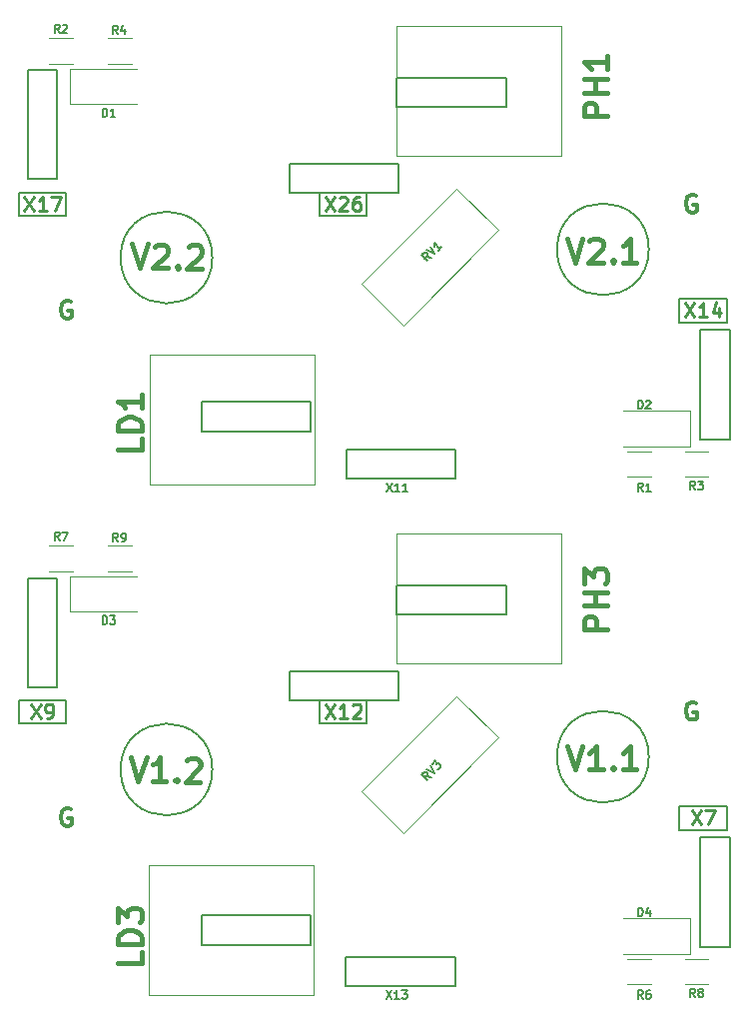
<source format=gbr>
G04 #@! TF.GenerationSoftware,KiCad,Pcbnew,(5.0.0)*
G04 #@! TF.CreationDate,2018-10-17T16:15:22+03:00*
G04 #@! TF.ProjectId,tp_x2,74705F78322E6B696361645F70636200,rev?*
G04 #@! TF.SameCoordinates,Original*
G04 #@! TF.FileFunction,Legend,Top*
G04 #@! TF.FilePolarity,Positive*
%FSLAX46Y46*%
G04 Gerber Fmt 4.6, Leading zero omitted, Abs format (unit mm)*
G04 Created by KiCad (PCBNEW (5.0.0)) date 10/17/18 16:15:22*
%MOMM*%
%LPD*%
G01*
G04 APERTURE LIST*
%ADD10C,0.300000*%
%ADD11C,0.200000*%
%ADD12C,0.120000*%
%ADD13C,0.150000*%
%ADD14C,0.100000*%
%ADD15C,0.400000*%
%ADD16C,0.250000*%
G04 APERTURE END LIST*
D10*
X84392857Y-113250000D02*
X84250000Y-113178571D01*
X84035714Y-113178571D01*
X83821428Y-113250000D01*
X83678571Y-113392857D01*
X83607142Y-113535714D01*
X83535714Y-113821428D01*
X83535714Y-114035714D01*
X83607142Y-114321428D01*
X83678571Y-114464285D01*
X83821428Y-114607142D01*
X84035714Y-114678571D01*
X84178571Y-114678571D01*
X84392857Y-114607142D01*
X84464285Y-114535714D01*
X84464285Y-114035714D01*
X84178571Y-114035714D01*
X137392857Y-104250000D02*
X137250000Y-104178571D01*
X137035714Y-104178571D01*
X136821428Y-104250000D01*
X136678571Y-104392857D01*
X136607142Y-104535714D01*
X136535714Y-104821428D01*
X136535714Y-105035714D01*
X136607142Y-105321428D01*
X136678571Y-105464285D01*
X136821428Y-105607142D01*
X137035714Y-105678571D01*
X137178571Y-105678571D01*
X137392857Y-105607142D01*
X137464285Y-105535714D01*
X137464285Y-105035714D01*
X137178571Y-105035714D01*
X137392857Y-61250000D02*
X137250000Y-61178571D01*
X137035714Y-61178571D01*
X136821428Y-61250000D01*
X136678571Y-61392857D01*
X136607142Y-61535714D01*
X136535714Y-61821428D01*
X136535714Y-62035714D01*
X136607142Y-62321428D01*
X136678571Y-62464285D01*
X136821428Y-62607142D01*
X137035714Y-62678571D01*
X137178571Y-62678571D01*
X137392857Y-62607142D01*
X137464285Y-62535714D01*
X137464285Y-62035714D01*
X137178571Y-62035714D01*
X84392857Y-70250000D02*
X84250000Y-70178571D01*
X84035714Y-70178571D01*
X83821428Y-70250000D01*
X83678571Y-70392857D01*
X83607142Y-70535714D01*
X83535714Y-70821428D01*
X83535714Y-71035714D01*
X83607142Y-71321428D01*
X83678571Y-71464285D01*
X83821428Y-71607142D01*
X84035714Y-71678571D01*
X84178571Y-71678571D01*
X84392857Y-71607142D01*
X84464285Y-71535714D01*
X84464285Y-71035714D01*
X84178571Y-71035714D01*
D11*
X133389730Y-108807418D02*
G75*
G03X133389730Y-108807418I-3889730J0D01*
G01*
X96389730Y-109889730D02*
G75*
G03X96389730Y-109889730I-3889730J0D01*
G01*
X133389730Y-65807418D02*
G75*
G03X133389730Y-65807418I-3889730J0D01*
G01*
X96389730Y-66500000D02*
G75*
G03X96389730Y-66500000I-3889730J0D01*
G01*
X80000000Y-106000000D02*
X80000000Y-104000000D01*
X84000000Y-106000000D02*
X80000000Y-106000000D01*
X84000000Y-104000000D02*
X84000000Y-106000000D01*
X80000000Y-104000000D02*
X84000000Y-104000000D01*
X136000000Y-72000000D02*
X136000000Y-70000000D01*
X140000000Y-72000000D02*
X136000000Y-72000000D01*
X140000000Y-70000000D02*
X140000000Y-72000000D01*
X136000000Y-70000000D02*
X140000000Y-70000000D01*
X136000000Y-115000000D02*
X136000000Y-113000000D01*
X140000000Y-115000000D02*
X136000000Y-115000000D01*
X140000000Y-113000000D02*
X140000000Y-115000000D01*
X136000000Y-113000000D02*
X140000000Y-113000000D01*
X109500000Y-106000000D02*
X109500000Y-104000000D01*
X105500000Y-106000000D02*
X109500000Y-106000000D01*
X105500000Y-104000000D02*
X105500000Y-106000000D01*
X109500000Y-63000000D02*
X109500000Y-61000000D01*
X105500000Y-63000000D02*
X109500000Y-63000000D01*
X105500000Y-61000000D02*
X105500000Y-63000000D01*
X80000000Y-63000000D02*
X80000000Y-61000000D01*
X84000000Y-63000000D02*
X80000000Y-63000000D01*
X84000000Y-61000000D02*
X84000000Y-63000000D01*
X80000000Y-61000000D02*
X84000000Y-61000000D01*
D12*
G04 #@! TO.C,RV3*
X109025126Y-111712132D02*
X117086144Y-103651115D01*
X112560660Y-115247666D02*
X120621677Y-107186649D01*
X109025126Y-111712132D02*
X112560660Y-115247666D01*
X117086144Y-103651115D02*
X120621677Y-107186649D01*
G04 #@! TO.C,RV1*
X109025126Y-68712132D02*
X117086144Y-60651115D01*
X112560660Y-72247666D02*
X120621677Y-64186649D01*
X109025126Y-68712132D02*
X112560660Y-72247666D01*
X117086144Y-60651115D02*
X120621677Y-64186649D01*
D13*
G04 #@! TO.C,X14*
X137750000Y-81900000D02*
X137750000Y-72650000D01*
X137750000Y-72650000D02*
X140250000Y-72650000D01*
X140250000Y-72650000D02*
X140250000Y-81900000D01*
X140250000Y-81900000D02*
X137750000Y-81900000D01*
G04 #@! TO.C,X17*
X80750000Y-59840000D02*
X80750000Y-50590000D01*
X80750000Y-50590000D02*
X83250000Y-50590000D01*
X83250000Y-50590000D02*
X83250000Y-59840000D01*
X83250000Y-59840000D02*
X80750000Y-59840000D01*
G04 #@! TO.C,X3*
X95460000Y-78750000D02*
X104710000Y-78750000D01*
X104710000Y-78750000D02*
X104710000Y-81250000D01*
X104710000Y-81250000D02*
X95460000Y-81250000D01*
X95460000Y-81250000D02*
X95460000Y-78750000D01*
G04 #@! TO.C,X6*
X112040000Y-51250000D02*
X121290000Y-51250000D01*
X121290000Y-51250000D02*
X121290000Y-53750000D01*
X121290000Y-53750000D02*
X112040000Y-53750000D01*
X112040000Y-53750000D02*
X112040000Y-51250000D01*
G04 #@! TO.C,X26*
X102960000Y-58550000D02*
X112210000Y-58550000D01*
X112210000Y-58550000D02*
X112210000Y-61050000D01*
X112210000Y-61050000D02*
X102960000Y-61050000D01*
X102960000Y-61050000D02*
X102960000Y-58550000D01*
G04 #@! TO.C,X10*
X112040000Y-94250000D02*
X121290000Y-94250000D01*
X121290000Y-94250000D02*
X121290000Y-96750000D01*
X121290000Y-96750000D02*
X112040000Y-96750000D01*
X112040000Y-96750000D02*
X112040000Y-94250000D01*
G04 #@! TO.C,X8*
X95460000Y-124750000D02*
X95460000Y-122250000D01*
X104710000Y-124750000D02*
X95460000Y-124750000D01*
X104710000Y-122250000D02*
X104710000Y-124750000D01*
X95460000Y-122250000D02*
X104710000Y-122250000D01*
D14*
G04 #@! TO.C,X1*
X91000000Y-118000000D02*
X105000000Y-118000000D01*
X105000000Y-118000000D02*
X105000000Y-129000000D01*
X105000000Y-129000000D02*
X91000000Y-129000000D01*
X91000000Y-129000000D02*
X91000000Y-118000000D01*
G04 #@! TO.C,X2*
X112000000Y-89900000D02*
X126000000Y-89900000D01*
X126000000Y-89900000D02*
X126000000Y-100900000D01*
X126000000Y-100900000D02*
X112000000Y-100900000D01*
X112000000Y-100900000D02*
X112000000Y-89900000D01*
G04 #@! TO.C,X4*
X91100000Y-74700000D02*
X105100000Y-74700000D01*
X105100000Y-74700000D02*
X105100000Y-85700000D01*
X105100000Y-85700000D02*
X91100000Y-85700000D01*
X91100000Y-85700000D02*
X91100000Y-74700000D01*
G04 #@! TO.C,X5*
X112000000Y-46900000D02*
X126000000Y-46900000D01*
X126000000Y-46900000D02*
X126000000Y-57900000D01*
X126000000Y-57900000D02*
X112000000Y-57900000D01*
X112000000Y-57900000D02*
X112000000Y-46900000D01*
D12*
G04 #@! TO.C,D4*
X131200000Y-125500000D02*
X136900000Y-125500000D01*
X136900000Y-125500000D02*
X136900000Y-122500000D01*
X136900000Y-122500000D02*
X131200000Y-122500000D01*
G04 #@! TO.C,D2*
X136900000Y-79500000D02*
X131200000Y-79500000D01*
X136900000Y-82500000D02*
X136900000Y-79500000D01*
X131200000Y-82500000D02*
X136900000Y-82500000D01*
D13*
G04 #@! TO.C,X7*
X140250000Y-124900000D02*
X137750000Y-124900000D01*
X140250000Y-115650000D02*
X140250000Y-124900000D01*
X137750000Y-115650000D02*
X140250000Y-115650000D01*
X137750000Y-124900000D02*
X137750000Y-115650000D01*
G04 #@! TO.C,X12*
X102960000Y-101550000D02*
X112210000Y-101550000D01*
X112210000Y-101550000D02*
X112210000Y-104050000D01*
X112210000Y-104050000D02*
X102960000Y-104050000D01*
X102960000Y-104050000D02*
X102960000Y-101550000D01*
D12*
G04 #@! TO.C,D3*
X84300000Y-96500000D02*
X90000000Y-96500000D01*
X84300000Y-93500000D02*
X84300000Y-96500000D01*
X90000000Y-93500000D02*
X84300000Y-93500000D01*
G04 #@! TO.C,R6*
X133550000Y-128070000D02*
X131550000Y-128070000D01*
X131550000Y-125930000D02*
X133550000Y-125930000D01*
G04 #@! TO.C,R8*
X136450000Y-125930000D02*
X138450000Y-125930000D01*
X138450000Y-128070000D02*
X136450000Y-128070000D01*
G04 #@! TO.C,R7*
X82550000Y-90930000D02*
X84550000Y-90930000D01*
X84550000Y-93070000D02*
X82550000Y-93070000D01*
G04 #@! TO.C,R9*
X89550000Y-93070000D02*
X87550000Y-93070000D01*
X87550000Y-90930000D02*
X89550000Y-90930000D01*
G04 #@! TO.C,D1*
X90000000Y-50500000D02*
X84300000Y-50500000D01*
X84300000Y-50500000D02*
X84300000Y-53500000D01*
X84300000Y-53500000D02*
X90000000Y-53500000D01*
G04 #@! TO.C,R4*
X87550000Y-47930000D02*
X89550000Y-47930000D01*
X89550000Y-50070000D02*
X87550000Y-50070000D01*
G04 #@! TO.C,R3*
X138450000Y-85070000D02*
X136450000Y-85070000D01*
X136450000Y-82930000D02*
X138450000Y-82930000D01*
G04 #@! TO.C,R2*
X84550000Y-50070000D02*
X82550000Y-50070000D01*
X82550000Y-47930000D02*
X84550000Y-47930000D01*
G04 #@! TO.C,R1*
X131550000Y-82930000D02*
X133550000Y-82930000D01*
X133550000Y-85070000D02*
X131550000Y-85070000D01*
D13*
G04 #@! TO.C,X9*
X80750000Y-102960000D02*
X80750000Y-93710000D01*
X80750000Y-93710000D02*
X83250000Y-93710000D01*
X83250000Y-93710000D02*
X83250000Y-102960000D01*
X83250000Y-102960000D02*
X80750000Y-102960000D01*
G04 #@! TO.C,X11*
X117000000Y-82750000D02*
X117000000Y-85250000D01*
X107750000Y-82750000D02*
X117000000Y-82750000D01*
X107750000Y-85250000D02*
X107750000Y-82750000D01*
X117000000Y-85250000D02*
X107750000Y-85250000D01*
G04 #@! TO.C,X13*
X116960000Y-128250000D02*
X107710000Y-128250000D01*
X107710000Y-128250000D02*
X107710000Y-125750000D01*
X107710000Y-125750000D02*
X116960000Y-125750000D01*
X116960000Y-125750000D02*
X116960000Y-128250000D01*
G04 #@! TO.C,V1.1*
D15*
X126452380Y-107904761D02*
X127119047Y-109904761D01*
X127785714Y-107904761D01*
X129500000Y-109904761D02*
X128357142Y-109904761D01*
X128928571Y-109904761D02*
X128928571Y-107904761D01*
X128738095Y-108190476D01*
X128547619Y-108380952D01*
X128357142Y-108476190D01*
X130357142Y-109714285D02*
X130452380Y-109809523D01*
X130357142Y-109904761D01*
X130261904Y-109809523D01*
X130357142Y-109714285D01*
X130357142Y-109904761D01*
X132357142Y-109904761D02*
X131214285Y-109904761D01*
X131785714Y-109904761D02*
X131785714Y-107904761D01*
X131595238Y-108190476D01*
X131404761Y-108380952D01*
X131214285Y-108476190D01*
G04 #@! TO.C,V1.2*
X89471959Y-108851741D02*
X90103619Y-110863071D01*
X90805089Y-108875011D01*
X92484209Y-110904625D02*
X91341526Y-110884679D01*
X91912868Y-110894652D02*
X91947773Y-108894956D01*
X91752339Y-109177303D01*
X91558567Y-109364426D01*
X91366458Y-109456325D01*
X93344546Y-110729137D02*
X93438107Y-110826022D01*
X93341222Y-110919584D01*
X93247660Y-110822698D01*
X93344546Y-110729137D01*
X93341222Y-110919584D01*
X94229814Y-109125295D02*
X94326700Y-109031733D01*
X94518809Y-108939834D01*
X94994927Y-108948145D01*
X95183712Y-109046693D01*
X95277274Y-109143578D01*
X95369173Y-109335688D01*
X95365849Y-109526135D01*
X95265639Y-109810143D01*
X94103010Y-110932881D01*
X95340917Y-110954489D01*
G04 #@! TO.C,V2.1*
X126452380Y-64904761D02*
X127119047Y-66904761D01*
X127785714Y-64904761D01*
X128357142Y-65095238D02*
X128452380Y-65000000D01*
X128642857Y-64904761D01*
X129119047Y-64904761D01*
X129309523Y-65000000D01*
X129404761Y-65095238D01*
X129500000Y-65285714D01*
X129500000Y-65476190D01*
X129404761Y-65761904D01*
X128261904Y-66904761D01*
X129500000Y-66904761D01*
X130357142Y-66714285D02*
X130452380Y-66809523D01*
X130357142Y-66904761D01*
X130261904Y-66809523D01*
X130357142Y-66714285D01*
X130357142Y-66904761D01*
X132357142Y-66904761D02*
X131214285Y-66904761D01*
X131785714Y-66904761D02*
X131785714Y-64904761D01*
X131595238Y-65190476D01*
X131404761Y-65380952D01*
X131214285Y-65476190D01*
G04 #@! TO.C,V2.2*
X89591294Y-65351740D02*
X90222954Y-67363070D01*
X90924424Y-65375010D01*
X91492442Y-65575430D02*
X91589327Y-65481868D01*
X91781437Y-65389969D01*
X92257555Y-65398280D01*
X92446340Y-65496828D01*
X92539901Y-65593713D01*
X92631801Y-65785823D01*
X92628476Y-65976270D01*
X92528266Y-66260278D01*
X91365638Y-67383016D01*
X92603544Y-67404624D01*
X93463881Y-67229136D02*
X93557442Y-67326021D01*
X93460557Y-67419583D01*
X93366995Y-67322697D01*
X93463881Y-67229136D01*
X93460557Y-67419583D01*
X94349149Y-65625294D02*
X94446035Y-65531732D01*
X94638144Y-65439833D01*
X95114262Y-65448144D01*
X95303047Y-65546692D01*
X95396609Y-65643577D01*
X95488508Y-65835687D01*
X95485184Y-66026134D01*
X95384974Y-66310142D01*
X94222345Y-67432880D01*
X95460252Y-67454488D01*
G04 #@! TO.C,RV3*
D13*
X114929289Y-110518544D02*
X114528595Y-110447834D01*
X114646446Y-110801387D02*
X114151471Y-110306412D01*
X114340033Y-110117851D01*
X114410744Y-110094280D01*
X114457884Y-110094280D01*
X114528595Y-110117851D01*
X114599306Y-110188561D01*
X114622876Y-110259272D01*
X114622876Y-110306412D01*
X114599306Y-110377123D01*
X114410744Y-110565685D01*
X114575735Y-109882148D02*
X115235702Y-110212132D01*
X114905719Y-109552165D01*
X115023570Y-109434314D02*
X115329983Y-109127901D01*
X115353553Y-109481455D01*
X115424264Y-109410744D01*
X115494974Y-109387174D01*
X115542115Y-109387174D01*
X115612825Y-109410744D01*
X115730677Y-109528595D01*
X115754247Y-109599306D01*
X115754247Y-109646446D01*
X115730677Y-109717157D01*
X115589255Y-109858578D01*
X115518544Y-109882148D01*
X115471404Y-109882148D01*
G04 #@! TO.C,RV1*
X114929289Y-66518544D02*
X114528595Y-66447834D01*
X114646446Y-66801387D02*
X114151471Y-66306412D01*
X114340033Y-66117851D01*
X114410744Y-66094280D01*
X114457884Y-66094280D01*
X114528595Y-66117851D01*
X114599306Y-66188561D01*
X114622876Y-66259272D01*
X114622876Y-66306412D01*
X114599306Y-66377123D01*
X114410744Y-66565685D01*
X114575735Y-65882148D02*
X115235702Y-66212132D01*
X114905719Y-65552165D01*
X115824957Y-65622876D02*
X115542115Y-65905719D01*
X115683536Y-65764297D02*
X115188561Y-65269322D01*
X115212132Y-65387174D01*
X115212132Y-65481455D01*
X115188561Y-65552165D01*
G04 #@! TO.C,X14*
D16*
X136457142Y-70342857D02*
X137257142Y-71542857D01*
X137257142Y-70342857D02*
X136457142Y-71542857D01*
X138342857Y-71542857D02*
X137657142Y-71542857D01*
X138000000Y-71542857D02*
X138000000Y-70342857D01*
X137885714Y-70514285D01*
X137771428Y-70628571D01*
X137657142Y-70685714D01*
X139371428Y-70742857D02*
X139371428Y-71542857D01*
X139085714Y-70285714D02*
X138800000Y-71142857D01*
X139542857Y-71142857D01*
G04 #@! TO.C,X17*
X80457142Y-61342857D02*
X81257142Y-62542857D01*
X81257142Y-61342857D02*
X80457142Y-62542857D01*
X82342857Y-62542857D02*
X81657142Y-62542857D01*
X82000000Y-62542857D02*
X82000000Y-61342857D01*
X81885714Y-61514285D01*
X81771428Y-61628571D01*
X81657142Y-61685714D01*
X82742857Y-61342857D02*
X83542857Y-61342857D01*
X83028571Y-62542857D01*
G04 #@! TO.C,X26*
X105957142Y-61342857D02*
X106757142Y-62542857D01*
X106757142Y-61342857D02*
X105957142Y-62542857D01*
X107157142Y-61457142D02*
X107214285Y-61400000D01*
X107328571Y-61342857D01*
X107614285Y-61342857D01*
X107728571Y-61400000D01*
X107785714Y-61457142D01*
X107842857Y-61571428D01*
X107842857Y-61685714D01*
X107785714Y-61857142D01*
X107100000Y-62542857D01*
X107842857Y-62542857D01*
X108871428Y-61342857D02*
X108642857Y-61342857D01*
X108528571Y-61400000D01*
X108471428Y-61457142D01*
X108357142Y-61628571D01*
X108300000Y-61857142D01*
X108300000Y-62314285D01*
X108357142Y-62428571D01*
X108414285Y-62485714D01*
X108528571Y-62542857D01*
X108757142Y-62542857D01*
X108871428Y-62485714D01*
X108928571Y-62428571D01*
X108985714Y-62314285D01*
X108985714Y-62028571D01*
X108928571Y-61914285D01*
X108871428Y-61857142D01*
X108757142Y-61800000D01*
X108528571Y-61800000D01*
X108414285Y-61857142D01*
X108357142Y-61914285D01*
X108300000Y-62028571D01*
G04 #@! TO.C,X1*
D15*
X90404761Y-125333333D02*
X90404761Y-126285714D01*
X88404761Y-126285714D01*
X90404761Y-124666666D02*
X88404761Y-124666666D01*
X88404761Y-124190476D01*
X88500000Y-123904761D01*
X88690476Y-123714285D01*
X88880952Y-123619047D01*
X89261904Y-123523809D01*
X89547619Y-123523809D01*
X89928571Y-123619047D01*
X90119047Y-123714285D01*
X90309523Y-123904761D01*
X90404761Y-124190476D01*
X90404761Y-124666666D01*
X88404761Y-122857142D02*
X88404761Y-121619047D01*
X89166666Y-122285714D01*
X89166666Y-122000000D01*
X89261904Y-121809523D01*
X89357142Y-121714285D01*
X89547619Y-121619047D01*
X90023809Y-121619047D01*
X90214285Y-121714285D01*
X90309523Y-121809523D01*
X90404761Y-122000000D01*
X90404761Y-122571428D01*
X90309523Y-122761904D01*
X90214285Y-122857142D01*
G04 #@! TO.C,X2*
X129904761Y-98023809D02*
X127904761Y-98023809D01*
X127904761Y-97261904D01*
X128000000Y-97071428D01*
X128095238Y-96976190D01*
X128285714Y-96880952D01*
X128571428Y-96880952D01*
X128761904Y-96976190D01*
X128857142Y-97071428D01*
X128952380Y-97261904D01*
X128952380Y-98023809D01*
X129904761Y-96023809D02*
X127904761Y-96023809D01*
X128857142Y-96023809D02*
X128857142Y-94880952D01*
X129904761Y-94880952D02*
X127904761Y-94880952D01*
X127904761Y-94119047D02*
X127904761Y-92880952D01*
X128666666Y-93547619D01*
X128666666Y-93261904D01*
X128761904Y-93071428D01*
X128857142Y-92976190D01*
X129047619Y-92880952D01*
X129523809Y-92880952D01*
X129714285Y-92976190D01*
X129809523Y-93071428D01*
X129904761Y-93261904D01*
X129904761Y-93833333D01*
X129809523Y-94023809D01*
X129714285Y-94119047D01*
G04 #@! TO.C,X4*
X90404761Y-81833333D02*
X90404761Y-82785714D01*
X88404761Y-82785714D01*
X90404761Y-81166666D02*
X88404761Y-81166666D01*
X88404761Y-80690476D01*
X88500000Y-80404761D01*
X88690476Y-80214285D01*
X88880952Y-80119047D01*
X89261904Y-80023809D01*
X89547619Y-80023809D01*
X89928571Y-80119047D01*
X90119047Y-80214285D01*
X90309523Y-80404761D01*
X90404761Y-80690476D01*
X90404761Y-81166666D01*
X90404761Y-78119047D02*
X90404761Y-79261904D01*
X90404761Y-78690476D02*
X88404761Y-78690476D01*
X88690476Y-78880952D01*
X88880952Y-79071428D01*
X88976190Y-79261904D01*
G04 #@! TO.C,X5*
X129904761Y-54523809D02*
X127904761Y-54523809D01*
X127904761Y-53761904D01*
X128000000Y-53571428D01*
X128095238Y-53476190D01*
X128285714Y-53380952D01*
X128571428Y-53380952D01*
X128761904Y-53476190D01*
X128857142Y-53571428D01*
X128952380Y-53761904D01*
X128952380Y-54523809D01*
X129904761Y-52523809D02*
X127904761Y-52523809D01*
X128857142Y-52523809D02*
X128857142Y-51380952D01*
X129904761Y-51380952D02*
X127904761Y-51380952D01*
X129904761Y-49380952D02*
X129904761Y-50523809D01*
X129904761Y-49952380D02*
X127904761Y-49952380D01*
X128190476Y-50142857D01*
X128380952Y-50333333D01*
X128476190Y-50523809D01*
G04 #@! TO.C,D4*
D13*
X132483333Y-122316666D02*
X132483333Y-121616666D01*
X132650000Y-121616666D01*
X132750000Y-121650000D01*
X132816666Y-121716666D01*
X132850000Y-121783333D01*
X132883333Y-121916666D01*
X132883333Y-122016666D01*
X132850000Y-122150000D01*
X132816666Y-122216666D01*
X132750000Y-122283333D01*
X132650000Y-122316666D01*
X132483333Y-122316666D01*
X133483333Y-121850000D02*
X133483333Y-122316666D01*
X133316666Y-121583333D02*
X133150000Y-122083333D01*
X133583333Y-122083333D01*
G04 #@! TO.C,D2*
X132483333Y-79316666D02*
X132483333Y-78616666D01*
X132650000Y-78616666D01*
X132750000Y-78650000D01*
X132816666Y-78716666D01*
X132850000Y-78783333D01*
X132883333Y-78916666D01*
X132883333Y-79016666D01*
X132850000Y-79150000D01*
X132816666Y-79216666D01*
X132750000Y-79283333D01*
X132650000Y-79316666D01*
X132483333Y-79316666D01*
X133150000Y-78683333D02*
X133183333Y-78650000D01*
X133250000Y-78616666D01*
X133416666Y-78616666D01*
X133483333Y-78650000D01*
X133516666Y-78683333D01*
X133550000Y-78750000D01*
X133550000Y-78816666D01*
X133516666Y-78916666D01*
X133116666Y-79316666D01*
X133550000Y-79316666D01*
G04 #@! TO.C,X7*
D16*
X137028571Y-113342857D02*
X137828571Y-114542857D01*
X137828571Y-113342857D02*
X137028571Y-114542857D01*
X138171428Y-113342857D02*
X138971428Y-113342857D01*
X138457142Y-114542857D01*
G04 #@! TO.C,X12*
X105957142Y-104342857D02*
X106757142Y-105542857D01*
X106757142Y-104342857D02*
X105957142Y-105542857D01*
X107842857Y-105542857D02*
X107157142Y-105542857D01*
X107500000Y-105542857D02*
X107500000Y-104342857D01*
X107385714Y-104514285D01*
X107271428Y-104628571D01*
X107157142Y-104685714D01*
X108300000Y-104457142D02*
X108357142Y-104400000D01*
X108471428Y-104342857D01*
X108757142Y-104342857D01*
X108871428Y-104400000D01*
X108928571Y-104457142D01*
X108985714Y-104571428D01*
X108985714Y-104685714D01*
X108928571Y-104857142D01*
X108242857Y-105542857D01*
X108985714Y-105542857D01*
G04 #@! TO.C,D3*
D13*
X87083333Y-97566666D02*
X87083333Y-96866666D01*
X87250000Y-96866666D01*
X87350000Y-96900000D01*
X87416666Y-96966666D01*
X87450000Y-97033333D01*
X87483333Y-97166666D01*
X87483333Y-97266666D01*
X87450000Y-97400000D01*
X87416666Y-97466666D01*
X87350000Y-97533333D01*
X87250000Y-97566666D01*
X87083333Y-97566666D01*
X87716666Y-96866666D02*
X88150000Y-96866666D01*
X87916666Y-97133333D01*
X88016666Y-97133333D01*
X88083333Y-97166666D01*
X88116666Y-97200000D01*
X88150000Y-97266666D01*
X88150000Y-97433333D01*
X88116666Y-97500000D01*
X88083333Y-97533333D01*
X88016666Y-97566666D01*
X87816666Y-97566666D01*
X87750000Y-97533333D01*
X87716666Y-97500000D01*
G04 #@! TO.C,R6*
X132883333Y-129316666D02*
X132650000Y-128983333D01*
X132483333Y-129316666D02*
X132483333Y-128616666D01*
X132750000Y-128616666D01*
X132816666Y-128650000D01*
X132850000Y-128683333D01*
X132883333Y-128750000D01*
X132883333Y-128850000D01*
X132850000Y-128916666D01*
X132816666Y-128950000D01*
X132750000Y-128983333D01*
X132483333Y-128983333D01*
X133483333Y-128616666D02*
X133350000Y-128616666D01*
X133283333Y-128650000D01*
X133250000Y-128683333D01*
X133183333Y-128783333D01*
X133150000Y-128916666D01*
X133150000Y-129183333D01*
X133183333Y-129250000D01*
X133216666Y-129283333D01*
X133283333Y-129316666D01*
X133416666Y-129316666D01*
X133483333Y-129283333D01*
X133516666Y-129250000D01*
X133550000Y-129183333D01*
X133550000Y-129016666D01*
X133516666Y-128950000D01*
X133483333Y-128916666D01*
X133416666Y-128883333D01*
X133283333Y-128883333D01*
X133216666Y-128916666D01*
X133183333Y-128950000D01*
X133150000Y-129016666D01*
G04 #@! TO.C,R8*
X137333333Y-129166666D02*
X137100000Y-128833333D01*
X136933333Y-129166666D02*
X136933333Y-128466666D01*
X137200000Y-128466666D01*
X137266666Y-128500000D01*
X137300000Y-128533333D01*
X137333333Y-128600000D01*
X137333333Y-128700000D01*
X137300000Y-128766666D01*
X137266666Y-128800000D01*
X137200000Y-128833333D01*
X136933333Y-128833333D01*
X137733333Y-128766666D02*
X137666666Y-128733333D01*
X137633333Y-128700000D01*
X137600000Y-128633333D01*
X137600000Y-128600000D01*
X137633333Y-128533333D01*
X137666666Y-128500000D01*
X137733333Y-128466666D01*
X137866666Y-128466666D01*
X137933333Y-128500000D01*
X137966666Y-128533333D01*
X138000000Y-128600000D01*
X138000000Y-128633333D01*
X137966666Y-128700000D01*
X137933333Y-128733333D01*
X137866666Y-128766666D01*
X137733333Y-128766666D01*
X137666666Y-128800000D01*
X137633333Y-128833333D01*
X137600000Y-128900000D01*
X137600000Y-129033333D01*
X137633333Y-129100000D01*
X137666666Y-129133333D01*
X137733333Y-129166666D01*
X137866666Y-129166666D01*
X137933333Y-129133333D01*
X137966666Y-129100000D01*
X138000000Y-129033333D01*
X138000000Y-128900000D01*
X137966666Y-128833333D01*
X137933333Y-128800000D01*
X137866666Y-128766666D01*
G04 #@! TO.C,R7*
X83433333Y-90466666D02*
X83200000Y-90133333D01*
X83033333Y-90466666D02*
X83033333Y-89766666D01*
X83300000Y-89766666D01*
X83366666Y-89800000D01*
X83400000Y-89833333D01*
X83433333Y-89900000D01*
X83433333Y-90000000D01*
X83400000Y-90066666D01*
X83366666Y-90100000D01*
X83300000Y-90133333D01*
X83033333Y-90133333D01*
X83666666Y-89766666D02*
X84133333Y-89766666D01*
X83833333Y-90466666D01*
G04 #@! TO.C,R9*
X88383333Y-90566666D02*
X88150000Y-90233333D01*
X87983333Y-90566666D02*
X87983333Y-89866666D01*
X88250000Y-89866666D01*
X88316666Y-89900000D01*
X88350000Y-89933333D01*
X88383333Y-90000000D01*
X88383333Y-90100000D01*
X88350000Y-90166666D01*
X88316666Y-90200000D01*
X88250000Y-90233333D01*
X87983333Y-90233333D01*
X88716666Y-90566666D02*
X88850000Y-90566666D01*
X88916666Y-90533333D01*
X88950000Y-90500000D01*
X89016666Y-90400000D01*
X89050000Y-90266666D01*
X89050000Y-90000000D01*
X89016666Y-89933333D01*
X88983333Y-89900000D01*
X88916666Y-89866666D01*
X88783333Y-89866666D01*
X88716666Y-89900000D01*
X88683333Y-89933333D01*
X88650000Y-90000000D01*
X88650000Y-90166666D01*
X88683333Y-90233333D01*
X88716666Y-90266666D01*
X88783333Y-90300000D01*
X88916666Y-90300000D01*
X88983333Y-90266666D01*
X89016666Y-90233333D01*
X89050000Y-90166666D01*
G04 #@! TO.C,D1*
X87083333Y-54566666D02*
X87083333Y-53866666D01*
X87250000Y-53866666D01*
X87350000Y-53900000D01*
X87416666Y-53966666D01*
X87450000Y-54033333D01*
X87483333Y-54166666D01*
X87483333Y-54266666D01*
X87450000Y-54400000D01*
X87416666Y-54466666D01*
X87350000Y-54533333D01*
X87250000Y-54566666D01*
X87083333Y-54566666D01*
X88150000Y-54566666D02*
X87750000Y-54566666D01*
X87950000Y-54566666D02*
X87950000Y-53866666D01*
X87883333Y-53966666D01*
X87816666Y-54033333D01*
X87750000Y-54066666D01*
G04 #@! TO.C,R4*
X88383333Y-47566666D02*
X88150000Y-47233333D01*
X87983333Y-47566666D02*
X87983333Y-46866666D01*
X88250000Y-46866666D01*
X88316666Y-46900000D01*
X88350000Y-46933333D01*
X88383333Y-47000000D01*
X88383333Y-47100000D01*
X88350000Y-47166666D01*
X88316666Y-47200000D01*
X88250000Y-47233333D01*
X87983333Y-47233333D01*
X88983333Y-47100000D02*
X88983333Y-47566666D01*
X88816666Y-46833333D02*
X88650000Y-47333333D01*
X89083333Y-47333333D01*
G04 #@! TO.C,R3*
X137333333Y-86166666D02*
X137100000Y-85833333D01*
X136933333Y-86166666D02*
X136933333Y-85466666D01*
X137200000Y-85466666D01*
X137266666Y-85500000D01*
X137300000Y-85533333D01*
X137333333Y-85600000D01*
X137333333Y-85700000D01*
X137300000Y-85766666D01*
X137266666Y-85800000D01*
X137200000Y-85833333D01*
X136933333Y-85833333D01*
X137566666Y-85466666D02*
X138000000Y-85466666D01*
X137766666Y-85733333D01*
X137866666Y-85733333D01*
X137933333Y-85766666D01*
X137966666Y-85800000D01*
X138000000Y-85866666D01*
X138000000Y-86033333D01*
X137966666Y-86100000D01*
X137933333Y-86133333D01*
X137866666Y-86166666D01*
X137666666Y-86166666D01*
X137600000Y-86133333D01*
X137566666Y-86100000D01*
G04 #@! TO.C,R2*
X83433333Y-47466666D02*
X83200000Y-47133333D01*
X83033333Y-47466666D02*
X83033333Y-46766666D01*
X83300000Y-46766666D01*
X83366666Y-46800000D01*
X83400000Y-46833333D01*
X83433333Y-46900000D01*
X83433333Y-47000000D01*
X83400000Y-47066666D01*
X83366666Y-47100000D01*
X83300000Y-47133333D01*
X83033333Y-47133333D01*
X83700000Y-46833333D02*
X83733333Y-46800000D01*
X83800000Y-46766666D01*
X83966666Y-46766666D01*
X84033333Y-46800000D01*
X84066666Y-46833333D01*
X84100000Y-46900000D01*
X84100000Y-46966666D01*
X84066666Y-47066666D01*
X83666666Y-47466666D01*
X84100000Y-47466666D01*
G04 #@! TO.C,R1*
X132883333Y-86316666D02*
X132650000Y-85983333D01*
X132483333Y-86316666D02*
X132483333Y-85616666D01*
X132750000Y-85616666D01*
X132816666Y-85650000D01*
X132850000Y-85683333D01*
X132883333Y-85750000D01*
X132883333Y-85850000D01*
X132850000Y-85916666D01*
X132816666Y-85950000D01*
X132750000Y-85983333D01*
X132483333Y-85983333D01*
X133550000Y-86316666D02*
X133150000Y-86316666D01*
X133350000Y-86316666D02*
X133350000Y-85616666D01*
X133283333Y-85716666D01*
X133216666Y-85783333D01*
X133150000Y-85816666D01*
G04 #@! TO.C,X9*
D16*
X81028571Y-104342857D02*
X81828571Y-105542857D01*
X81828571Y-104342857D02*
X81028571Y-105542857D01*
X82342857Y-105542857D02*
X82571428Y-105542857D01*
X82685714Y-105485714D01*
X82742857Y-105428571D01*
X82857142Y-105257142D01*
X82914285Y-105028571D01*
X82914285Y-104571428D01*
X82857142Y-104457142D01*
X82800000Y-104400000D01*
X82685714Y-104342857D01*
X82457142Y-104342857D01*
X82342857Y-104400000D01*
X82285714Y-104457142D01*
X82228571Y-104571428D01*
X82228571Y-104857142D01*
X82285714Y-104971428D01*
X82342857Y-105028571D01*
X82457142Y-105085714D01*
X82685714Y-105085714D01*
X82800000Y-105028571D01*
X82857142Y-104971428D01*
X82914285Y-104857142D01*
G04 #@! TO.C,X11*
D13*
X111170000Y-85616666D02*
X111636666Y-86316666D01*
X111636666Y-85616666D02*
X111170000Y-86316666D01*
X112270000Y-86316666D02*
X111870000Y-86316666D01*
X112070000Y-86316666D02*
X112070000Y-85616666D01*
X112003333Y-85716666D01*
X111936666Y-85783333D01*
X111870000Y-85816666D01*
X112936666Y-86316666D02*
X112536666Y-86316666D01*
X112736666Y-86316666D02*
X112736666Y-85616666D01*
X112670000Y-85716666D01*
X112603333Y-85783333D01*
X112536666Y-85816666D01*
G04 #@! TO.C,X13*
X111130000Y-128616666D02*
X111596666Y-129316666D01*
X111596666Y-128616666D02*
X111130000Y-129316666D01*
X112230000Y-129316666D02*
X111830000Y-129316666D01*
X112030000Y-129316666D02*
X112030000Y-128616666D01*
X111963333Y-128716666D01*
X111896666Y-128783333D01*
X111830000Y-128816666D01*
X112463333Y-128616666D02*
X112896666Y-128616666D01*
X112663333Y-128883333D01*
X112763333Y-128883333D01*
X112830000Y-128916666D01*
X112863333Y-128950000D01*
X112896666Y-129016666D01*
X112896666Y-129183333D01*
X112863333Y-129250000D01*
X112830000Y-129283333D01*
X112763333Y-129316666D01*
X112563333Y-129316666D01*
X112496666Y-129283333D01*
X112463333Y-129250000D01*
G04 #@! TD*
M02*

</source>
